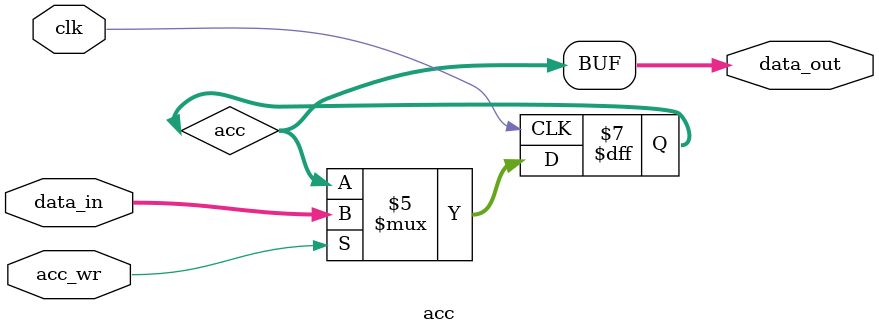
<source format=v>
`timescale 1ns / 1ps
module acc(
    input wire clk, acc_wr, //Ê±ÖÓ¡¢acc¶ÁÐ´¿ØÖÆ
    input wire [15:0] data_in,  //16Î»ÊäÈëÊý¾Ý
    output wire [15:0] data_out //16Î»Êä³öÊý¾Ý
);
    reg [15:0] acc; //16Î»acc

    initial 
    begin
        acc = 1;  //acc³õÊ¼»¯1
    end

    assign data_out = acc; 

    always@(negedge clk) 
    begin
      if(acc_wr == 1)
        acc = data_in;
    end

endmodule
</source>
